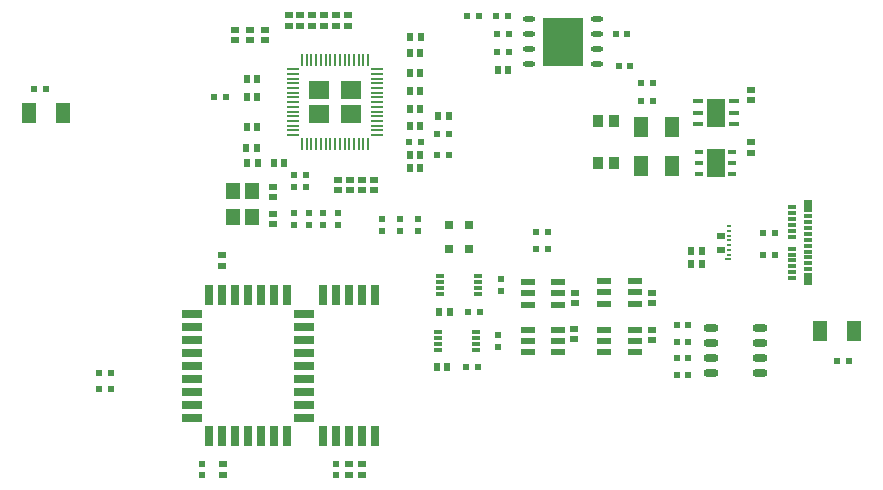
<source format=gtp>
G04*
G04 #@! TF.GenerationSoftware,Altium Limited,Altium Designer,24.4.1 (13)*
G04*
G04 Layer_Color=8421504*
%FSLAX44Y44*%
%MOMM*%
G71*
G04*
G04 #@! TF.SameCoordinates,A613BD91-DDE9-4BFC-9EAC-C4A420B0307C*
G04*
G04*
G04 #@! TF.FilePolarity,Positive*
G04*
G01*
G75*
%ADD16R,1.7500X1.5000*%
%ADD17R,1.7500X1.5000*%
%ADD18R,0.5000X0.2500*%
%ADD19R,0.4000X0.2500*%
%ADD20R,0.6500X0.5000*%
%ADD21R,1.1000X0.2000*%
%ADD22R,1.3000X1.8000*%
%ADD23R,0.5000X0.6000*%
%ADD24R,0.6000X0.5000*%
%ADD25O,0.7000X0.4000*%
%ADD26R,1.6500X2.4000*%
%ADD27O,0.9000X0.4000*%
%ADD28R,3.5000X4.1000*%
G04:AMPARAMS|DCode=29|XSize=1.05mm|YSize=0.45mm|CornerRadius=0.225mm|HoleSize=0mm|Usage=FLASHONLY|Rotation=180.000|XOffset=0mm|YOffset=0mm|HoleType=Round|Shape=RoundedRectangle|*
%AMROUNDEDRECTD29*
21,1,1.0500,0.0000,0,0,180.0*
21,1,0.6000,0.4500,0,0,180.0*
1,1,0.4500,-0.3000,0.0000*
1,1,0.4500,0.3000,0.0000*
1,1,0.4500,0.3000,0.0000*
1,1,0.4500,-0.3000,0.0000*
%
%ADD29ROUNDEDRECTD29*%
%ADD30R,0.8000X1.8000*%
%ADD31R,1.8000X0.7000*%
%ADD32R,1.8000X0.8000*%
%ADD33R,1.1500X0.6000*%
%ADD34R,0.8000X0.3000*%
%ADD35R,0.7000X0.3000*%
%ADD36R,0.7000X1.0000*%
%ADD37R,0.2000X1.1000*%
%ADD38R,0.6000X0.6400*%
%ADD39R,0.6400X0.6000*%
%ADD40R,0.8000X0.8000*%
%ADD41R,0.9000X1.0000*%
%ADD42R,1.2000X1.4000*%
%ADD43O,1.2700X0.7600*%
%ADD44R,1.2000X1.7500*%
D16*
X746159Y739000D02*
D03*
Y719000D02*
D03*
D17*
X773659Y739000D02*
D03*
Y719000D02*
D03*
D18*
X1092500Y596000D02*
D03*
D19*
X1093000Y600000D02*
D03*
Y604000D02*
D03*
Y608000D02*
D03*
Y612000D02*
D03*
Y616000D02*
D03*
Y620000D02*
D03*
Y624000D02*
D03*
D20*
X1086250Y604200D02*
D03*
Y615800D02*
D03*
D21*
X724409Y705000D02*
D03*
Y709000D02*
D03*
Y757000D02*
D03*
Y753000D02*
D03*
Y749000D02*
D03*
Y745000D02*
D03*
Y741000D02*
D03*
Y737000D02*
D03*
Y733000D02*
D03*
Y729000D02*
D03*
Y725000D02*
D03*
Y721000D02*
D03*
Y717000D02*
D03*
Y713000D02*
D03*
Y701000D02*
D03*
X795409D02*
D03*
Y705000D02*
D03*
Y709000D02*
D03*
Y713000D02*
D03*
Y717000D02*
D03*
Y721000D02*
D03*
Y725000D02*
D03*
Y729000D02*
D03*
Y733000D02*
D03*
Y737000D02*
D03*
Y741000D02*
D03*
Y745000D02*
D03*
Y749000D02*
D03*
Y753000D02*
D03*
Y757000D02*
D03*
D22*
X500500Y720000D02*
D03*
X529500D02*
D03*
X1199500Y535000D02*
D03*
X1170500D02*
D03*
D23*
X515000Y740000D02*
D03*
X505000D02*
D03*
X1010000Y760000D02*
D03*
X1000000D02*
D03*
X856558Y702000D02*
D03*
X846558D02*
D03*
X906942Y771500D02*
D03*
X896942D02*
D03*
X896442Y802000D02*
D03*
X906442D02*
D03*
X882500Y551500D02*
D03*
X872500D02*
D03*
X1049000Y540000D02*
D03*
X1059000D02*
D03*
X1122000Y618000D02*
D03*
X1132000D02*
D03*
Y600000D02*
D03*
X1122000D02*
D03*
X1029002Y745170D02*
D03*
X1019002D02*
D03*
Y730170D02*
D03*
X1029002D02*
D03*
X1049000Y512000D02*
D03*
X1059000D02*
D03*
X1185000Y510000D02*
D03*
X1195000D02*
D03*
X896942Y786500D02*
D03*
X906942D02*
D03*
X832558Y695000D02*
D03*
X822558D02*
D03*
X1049000Y526000D02*
D03*
X1059000D02*
D03*
X846558Y684000D02*
D03*
X856558D02*
D03*
X940000Y605000D02*
D03*
X930000D02*
D03*
X870500Y504500D02*
D03*
X880500D02*
D03*
X560000Y486000D02*
D03*
X570000D02*
D03*
X881442Y802000D02*
D03*
X871442D02*
D03*
X667558Y733000D02*
D03*
X657558D02*
D03*
X940000Y619000D02*
D03*
X930000D02*
D03*
X997442Y786500D02*
D03*
X1007442D02*
D03*
X560000Y500000D02*
D03*
X570000D02*
D03*
X1049000Y498000D02*
D03*
X1059000D02*
D03*
D24*
X735000Y657500D02*
D03*
Y667500D02*
D03*
X725000D02*
D03*
Y657500D02*
D03*
X750000Y625000D02*
D03*
Y635000D02*
D03*
X830000Y620000D02*
D03*
Y630000D02*
D03*
X900000Y579000D02*
D03*
Y569000D02*
D03*
X761000Y413000D02*
D03*
Y423000D02*
D03*
X647000Y413000D02*
D03*
Y423000D02*
D03*
X725000Y635000D02*
D03*
Y625000D02*
D03*
X815000Y630000D02*
D03*
Y620000D02*
D03*
X762500Y635000D02*
D03*
Y625000D02*
D03*
X737500D02*
D03*
Y635000D02*
D03*
X898000Y522000D02*
D03*
Y532000D02*
D03*
X800000Y630000D02*
D03*
Y620000D02*
D03*
D25*
X1067752Y668170D02*
D03*
Y677670D02*
D03*
Y687170D02*
D03*
X1096252Y668170D02*
D03*
Y687170D02*
D03*
Y677670D02*
D03*
D26*
X1082002D02*
D03*
X1082002Y720170D02*
D03*
D27*
X1066752Y710670D02*
D03*
Y720170D02*
D03*
Y729670D02*
D03*
X1097252Y710670D02*
D03*
Y729670D02*
D03*
Y720170D02*
D03*
D28*
X953000Y780000D02*
D03*
D29*
X924500Y760950D02*
D03*
Y773650D02*
D03*
Y786350D02*
D03*
Y799050D02*
D03*
X981500D02*
D03*
Y786350D02*
D03*
Y773650D02*
D03*
Y760950D02*
D03*
D30*
X653500Y446000D02*
D03*
X664500D02*
D03*
X675500D02*
D03*
X686500D02*
D03*
X697500D02*
D03*
X708500D02*
D03*
X719500D02*
D03*
X749500D02*
D03*
X760500D02*
D03*
X771500D02*
D03*
X782500D02*
D03*
X793500D02*
D03*
Y566000D02*
D03*
X782500D02*
D03*
X771500D02*
D03*
X760500D02*
D03*
X749500D02*
D03*
X719500D02*
D03*
X708500D02*
D03*
X697500D02*
D03*
X686500D02*
D03*
X675500D02*
D03*
X664500D02*
D03*
X653500D02*
D03*
D31*
X638500Y550000D02*
D03*
Y462000D02*
D03*
X733500D02*
D03*
Y550000D02*
D03*
D32*
X638500Y539000D02*
D03*
Y528000D02*
D03*
Y517000D02*
D03*
Y506000D02*
D03*
Y495000D02*
D03*
Y484000D02*
D03*
Y473000D02*
D03*
X733500D02*
D03*
Y484000D02*
D03*
Y495000D02*
D03*
Y506000D02*
D03*
Y517000D02*
D03*
Y528000D02*
D03*
Y539000D02*
D03*
D33*
X988000Y577500D02*
D03*
Y568000D02*
D03*
Y558500D02*
D03*
X1014000D02*
D03*
Y568000D02*
D03*
Y577500D02*
D03*
X949000Y536500D02*
D03*
Y527000D02*
D03*
Y517500D02*
D03*
X923000D02*
D03*
Y527000D02*
D03*
Y536500D02*
D03*
X923000Y576500D02*
D03*
Y567000D02*
D03*
Y557500D02*
D03*
X949000D02*
D03*
Y567000D02*
D03*
Y576500D02*
D03*
X1014000Y536500D02*
D03*
Y527000D02*
D03*
Y517500D02*
D03*
X988000D02*
D03*
Y527000D02*
D03*
Y536500D02*
D03*
D34*
X847000Y519500D02*
D03*
Y524500D02*
D03*
Y529500D02*
D03*
Y534500D02*
D03*
X879000D02*
D03*
Y529500D02*
D03*
Y524500D02*
D03*
Y519500D02*
D03*
X881000Y566500D02*
D03*
Y571500D02*
D03*
Y576500D02*
D03*
Y581500D02*
D03*
X849000D02*
D03*
Y576500D02*
D03*
Y571500D02*
D03*
Y566500D02*
D03*
D35*
X1160000Y607500D02*
D03*
Y587500D02*
D03*
Y592500D02*
D03*
Y597500D02*
D03*
Y602500D02*
D03*
Y612500D02*
D03*
Y617500D02*
D03*
Y622500D02*
D03*
Y627500D02*
D03*
Y632500D02*
D03*
X1147000Y615000D02*
D03*
Y640000D02*
D03*
Y635000D02*
D03*
Y630000D02*
D03*
Y625000D02*
D03*
Y620000D02*
D03*
Y580000D02*
D03*
Y605000D02*
D03*
Y600000D02*
D03*
Y595000D02*
D03*
Y590000D02*
D03*
Y585000D02*
D03*
D36*
X1160000Y579000D02*
D03*
X1160100Y641000D02*
D03*
D37*
X731909Y693500D02*
D03*
X735909D02*
D03*
X739909D02*
D03*
X743909D02*
D03*
X747909D02*
D03*
X751909D02*
D03*
X755909D02*
D03*
X759909D02*
D03*
X763909D02*
D03*
X767909D02*
D03*
X771909D02*
D03*
X775909D02*
D03*
X779909D02*
D03*
X783909D02*
D03*
X787909D02*
D03*
Y764500D02*
D03*
X783909D02*
D03*
X779909D02*
D03*
X775909D02*
D03*
X771909D02*
D03*
X767909D02*
D03*
X763909D02*
D03*
X759909D02*
D03*
X755909D02*
D03*
X751909D02*
D03*
X747909D02*
D03*
X743909D02*
D03*
X739909D02*
D03*
X735909D02*
D03*
X731909D02*
D03*
D38*
X823258Y738500D02*
D03*
X832058D02*
D03*
X823158Y709000D02*
D03*
X831958D02*
D03*
X856900Y551500D02*
D03*
X848100D02*
D03*
X685600Y677500D02*
D03*
X694400D02*
D03*
X684658Y690500D02*
D03*
X693458D02*
D03*
X716900Y677500D02*
D03*
X708100D02*
D03*
X847158Y717000D02*
D03*
X855958D02*
D03*
X1070400Y603000D02*
D03*
X1061600D02*
D03*
X897542Y756500D02*
D03*
X906342D02*
D03*
X832400Y784000D02*
D03*
X823600D02*
D03*
X685158Y733000D02*
D03*
X693958D02*
D03*
X854900Y504500D02*
D03*
X846100D02*
D03*
X1070400Y592000D02*
D03*
X1061600D02*
D03*
X685158Y708000D02*
D03*
X693958D02*
D03*
X831958Y673000D02*
D03*
X823158D02*
D03*
X685158Y749000D02*
D03*
X693958D02*
D03*
X831958Y754000D02*
D03*
X823158D02*
D03*
X831958Y770750D02*
D03*
X823158D02*
D03*
Y723000D02*
D03*
X831958D02*
D03*
Y684000D02*
D03*
X823158D02*
D03*
D39*
X782558Y663400D02*
D03*
Y654600D02*
D03*
X792558Y654600D02*
D03*
Y663400D02*
D03*
X1028000Y536400D02*
D03*
Y527600D02*
D03*
X1112002Y730770D02*
D03*
Y739570D02*
D03*
X783000Y413600D02*
D03*
Y422400D02*
D03*
X772000Y422400D02*
D03*
Y413600D02*
D03*
X665000Y413600D02*
D03*
Y422400D02*
D03*
X664000Y599400D02*
D03*
Y590600D02*
D03*
X963000Y558600D02*
D03*
Y567400D02*
D03*
X700558Y781600D02*
D03*
Y790400D02*
D03*
X1112002Y695170D02*
D03*
Y686370D02*
D03*
X772558Y663400D02*
D03*
Y654600D02*
D03*
X770558Y793600D02*
D03*
Y802400D02*
D03*
X707500Y625600D02*
D03*
Y634400D02*
D03*
Y657500D02*
D03*
Y648700D02*
D03*
X688058Y790400D02*
D03*
Y781600D02*
D03*
X760558Y793600D02*
D03*
Y802400D02*
D03*
X675558Y790400D02*
D03*
Y781600D02*
D03*
X750558Y802400D02*
D03*
Y793600D02*
D03*
X730558D02*
D03*
Y802400D02*
D03*
X740558D02*
D03*
Y793600D02*
D03*
X720558Y802400D02*
D03*
Y793600D02*
D03*
X1028000Y567400D02*
D03*
Y558600D02*
D03*
X762558Y654600D02*
D03*
Y663400D02*
D03*
X962500Y536900D02*
D03*
Y528100D02*
D03*
D40*
X856750Y605000D02*
D03*
X873250D02*
D03*
Y625000D02*
D03*
X856750D02*
D03*
D41*
X982752Y712670D02*
D03*
X996252D02*
D03*
X982752Y677670D02*
D03*
X996252D02*
D03*
D42*
X673220Y653500D02*
D03*
X689220D02*
D03*
X673220Y631500D02*
D03*
X689220D02*
D03*
D43*
X1119500Y499950D02*
D03*
Y512650D02*
D03*
X1119500Y525350D02*
D03*
X1078500D02*
D03*
Y512650D02*
D03*
Y499950D02*
D03*
Y538050D02*
D03*
X1119500D02*
D03*
D44*
X1019252Y675170D02*
D03*
X1044752D02*
D03*
Y707670D02*
D03*
X1019252D02*
D03*
M02*

</source>
